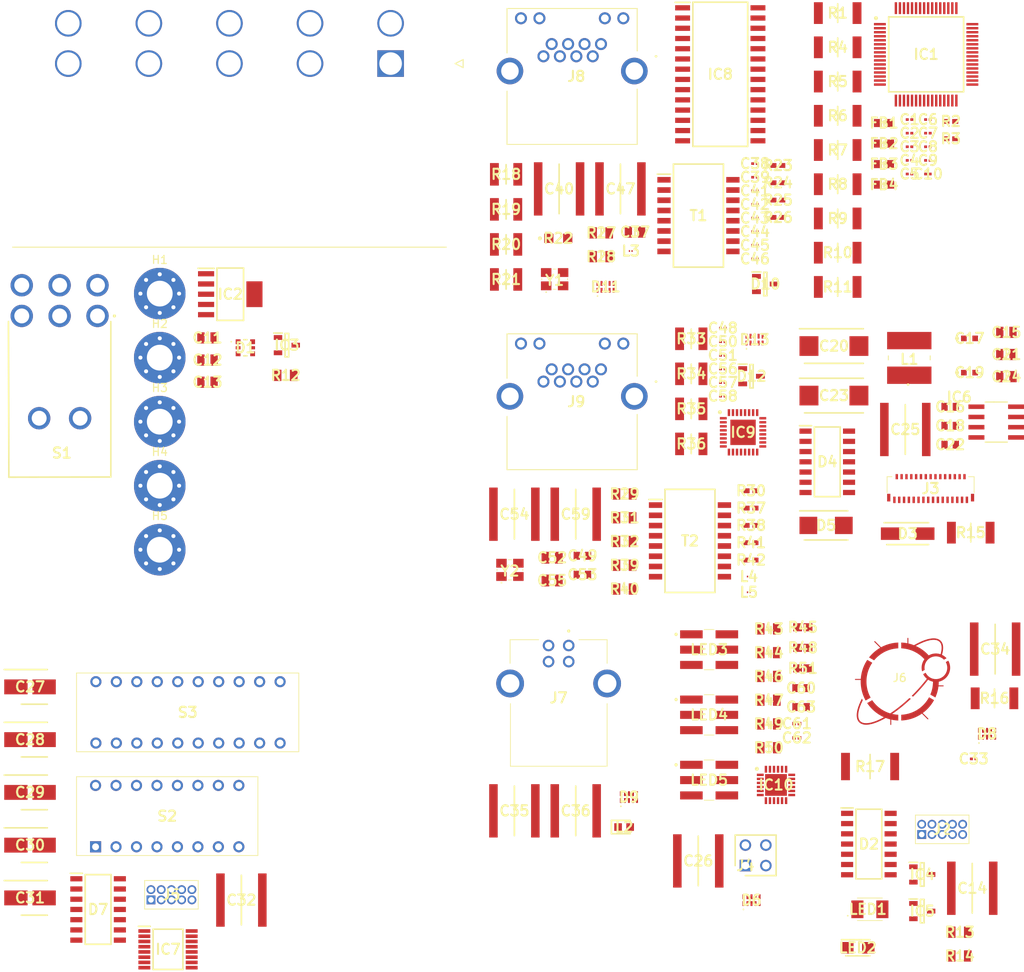
<source format=kicad_pcb>
(kicad_pcb (version 20221018) (generator pcbnew)
  (layers (0 "F.Cu" signal) (31 "B.Cu" signal) (34 "B.Paste" user) (35 "F.Paste" user) (36 "B.SilkS" user "B.Silkscreen") (37 "F.SilkS" user "F.Silkscreen") (38 "B.Mask" user) (39 "F.Mask" user) (44 "Edge.Cuts" user))
  (net 0 "")
  (net 1 "GND")
  (net 2 "/Microcontroller/VDD1")
  (net 3 "+3V3")
  (net 4 "Net-(C5-Pad1)")
  (net 5 "/Microcontroller/VDD2")
  (net 6 "+5V")
  (net 7 "Net-(C10-Pad1)")
  (net 8 "Net-(IC2-NR{slash}FB)")
  (net 9 "Net-(IC6-REF)")
  (net 10 "/OLED Socket/EXTCAP")
  (net 11 "Net-(IC6-SS)")
  (net 12 "Net-(C18-Pad2)")
  (net 13 "Net-(IC6-COMP)")
  (net 14 "/OLED Socket/+12V")
  (net 15 "/OLED Socket/EXTCAP2")
  (net 16 "/COM Bus Header/C1+")
  (net 17 "/COM Bus Header/C1-")
  (net 18 "/COM Bus Header/C2-")
  (net 19 "/COM Bus Header/V+")
  (net 20 "/COM Bus Header/V-")
  (net 21 "Net-(C33-Pad1)")
  (net 22 "Net-(IC8-VCAP)")
  (net 23 "/External Ethernet/TPIN-")
  (net 24 "Net-(T1-CT_1)")
  (net 25 "Net-(C40-Pad2)")
  (net 26 "Net-(IC9-VDDPLL_1.8)")
  (net 27 "Net-(IC9-VDDA_3.3)")
  (net 28 "Net-(IC9-REXT)")
  (net 29 "/System Ethernet/TPIN-")
  (net 30 "Net-(T2-CT_1)")
  (net 31 "Net-(C59-Pad2)")
  (net 32 "Net-(IC10-C1+)")
  (net 33 "Net-(IC10-C1-)")
  (net 34 "Net-(IC10-C2+)")
  (net 35 "Net-(IC10-C2-)")
  (net 36 "Net-(IC10-VOUT)")
  (net 37 "/Power Supply/PW_OK")
  (net 38 "/Power Supply/5VSB")
  (net 39 "/Power Supply/PSU_ON")
  (net 41 "/Front Panel Client/RST+")
  (net 42 "/Front Panel Client/RST-")
  (net 44 "/Front Panel Client/HDD+")
  (net 45 "/Front Panel Client/HDD-")
  (net 46 "/Front Panel Client/PLED+")
  (net 47 "/Front Panel Client/PLED-")
  (net 49 "/Front Panel Client/PWR+")
  (net 50 "/Front Panel Client/PWR-")
  (net 51 "Net-(IC6-OUT)")
  (net 52 "/OLED Socket/~{RST}")
  (net 53 "/OLED Socket/SCK")
  (net 55 "/OLED Socket/SDI")
  (net 58 "/Microcontroller/SERIAL_TX")
  (net 59 "/Microcontroller/SERIAL_RX")
  (net 60 "/Microcontroller/SERIAL_RTS")
  (net 61 "/Microcontroller/SERIAL_CTS")
  (net 66 "/COM Bus Header/P2")
  (net 67 "/COM Bus Header/P4")
  (net 69 "/COM Bus Header/P6")
  (net 70 "/COM Bus Header/P9")
  (net 71 "/COM Bus Header/P7")
  (net 73 "/COM Bus Header/P5")
  (net 74 "/COM Bus Header/P3")
  (net 75 "/ISCP Pad/PGEC")
  (net 76 "/ISCP Pad/PGED")
  (net 77 "/ISCP Pad/~{MCLR}")
  (net 82 "Net-(D9-CH1)")
  (net 83 "/Microcontroller/USB_D-")
  (net 84 "/Microcontroller/USB_D+")
  (net 89 "/External Ethernet/GLED+")
  (net 90 "/External Ethernet/YLED+")
  (net 91 "/External Ethernet/TX-")
  (net 92 "/External Ethernet/TX+")
  (net 93 "/External Ethernet/RX+")
  (net 94 "/External Ethernet/RX-")
  (net 99 "/System Ethernet/GLED+")
  (net 100 "/System Ethernet/YLED+")
  (net 101 "/System Ethernet/TX-")
  (net 102 "/System Ethernet/TX+")
  (net 103 "/System Ethernet/RX+")
  (net 104 "/System Ethernet/RX-")
  (net 109 "/Microcontroller/ETH_ETXEN")
  (net 110 "/Microcontroller/ETH_ETXD0")
  (net 111 "/Microcontroller/ETH_ETXD1")
  (net 112 "/External Ethernet/~{CS}")
  (net 113 "/Indicator Lights/SDA")
  (net 114 "/Indicator Lights/SCL")
  (net 115 "/External Ethernet/~{RST}")
  (net 116 "Net-(IC1-AN45{slash}C1INA{slash}RPB5{slash}RB5)")
  (net 117 "/Front Panel Client/PWR_ON")
  (net 118 "/Front Panel Client/RESET")
  (net 119 "/Power Supply/PW_ON")
  (net 120 "Net-(IC1-AN48{slash}RPB8{slash}PMA10{slash}RB8)")
  (net 121 "Net-(IC1-AN49{slash}RPB9{slash}PMA7{slash}RB9)")
  (net 122 "Net-(IC1-TMS{slash}CVREFOUT{slash}AN5{slash}RPB10{slash}PMA13{slash}RB10)")
  (net 123 "Net-(IC1-TDO{slash}AN6{slash}PMA12{slash}RB11)")
  (net 124 "Net-(IC1-TCK{slash}AN7{slash}PMA11{slash}RB12)")
  (net 125 "Net-(IC1-TDI{slash}AN8{slash}RB13)")
  (net 126 "/External Ethernet/SCK")
  (net 127 "/Microcontroller/ETH_EMDC")
  (net 128 "Net-(IC1-OSC1{slash}CLKI{slash}RC12)")
  (net 129 "/COM Bus Header/RTS")
  (net 130 "/COM Bus Header/CTS")
  (net 131 "/COM Bus Header/TX")
  (net 132 "/COM Bus Header/RX")
  (net 133 "/External Ethernet/SDI")
  (net 134 "/External Ethernet/SDO")
  (net 135 "/Microcontroller/ETH_MDIO")
  (net 136 "/External Ethernet/~{INT}")
  (net 137 "/Microcontroller/ETH_INT")
  (net 138 "/Microcontroller/ETH_~{RST}")
  (net 139 "Net-(IC1-TRCLK{slash}SQICLK{slash}ERXD2{slash}AETXD0{slash}RPF1{slash}RF1)")
  (net 140 "/Microcontroller/ETH_ERXD1")
  (net 141 "/Microcontroller/ETH_ERXD0")
  (net 142 "/Microcontroller/ETH_ECRSDV")
  (net 143 "/Microcontroller/ETH_EREFCLK")
  (net 144 "/Microcontroller/ETH_ERXERR")
  (net 145 "Net-(S1-COM_2)")
  (net 146 "Net-(IC6-EN)")
  (net 147 "Net-(IC7-DOUT2)")
  (net 148 "Net-(IC7-RIN2)")
  (net 149 "Net-(IC7-RIN1)")
  (net 150 "Net-(IC7-DOUT1)")
  (net 153 "/External Ethernet/TPIN+")
  (net 154 "Net-(IC8-RBIAS)")
  (net 155 "/External Ethernet/TPOUT-")
  (net 156 "/External Ethernet/TPOUT+")
  (net 157 "Net-(IC8-OSC1)")
  (net 159 "/System Ethernet/TPIN+")
  (net 160 "/System Ethernet/TPOUT-")
  (net 161 "/System Ethernet/TPOUT+")
  (net 163 "Net-(IC9-XI)")
  (net 164 "Net-(IC9-PHYAD0)")
  (net 168 "Net-(IC9-CONFIG0)")
  (net 171 "/Indicator Lights/D9")
  (net 172 "/Indicator Lights/D8")
  (net 173 "/Indicator Lights/D7")
  (net 174 "/Indicator Lights/D6")
  (net 175 "/Indicator Lights/D5")
  (net 176 "/Indicator Lights/D4")
  (net 177 "/Indicator Lights/D3")
  (net 178 "/Indicator Lights/D2")
  (net 179 "/Indicator Lights/D1")
  (net 187 "/COM Bus Header/P8")
  (net 190 "/External Ethernet/CT_45")
  (net 191 "/External Ethernet/CT_78")
  (net 192 "Net-(J8-ANODE_GREEN{slash}CATHODE_YELLOW_1)")
  (net 193 "Net-(J8-ANODE_YELLOW{slash}CATHODE_GREEN_2)")
  (net 194 "/System Ethernet/CT_45")
  (net 195 "/System Ethernet/CT_78")
  (net 196 "Net-(J9-ANODE_GREEN{slash}CATHODE_YELLOW_1)")
  (net 197 "Net-(J9-ANODE_YELLOW{slash}CATHODE_GREEN_2)")
  (net 198 "Net-(LED1-Pad2)")
  (net 199 "Net-(LED2-Pad1)")
  (net 200 "Net-(LED3-A_B)")
  (net 201 "Net-(LED3-A_R)")
  (net 202 "Net-(LED3-A_G)")
  (net 203 "Net-(LED4-A_B)")
  (net 204 "Net-(LED4-A_R)")
  (net 205 "Net-(LED4-A_G)")
  (net 206 "Net-(LED5-A_B)")
  (net 207 "Net-(LED5-A_R)")
  (net 208 "Net-(LED5-A_G)")
  (net 209 "Net-(T1-CT_3)")
  (net 210 "Net-(T1-CT_4)")
  (net 211 "Net-(T2-CT_3)")
  (net 212 "Net-(T2-CT_4)")
  (footprint "SamacSys_Parts:DIOM5436X244N" (layer "F.Cu") (at 206.929 98.392)
    (fp_text reference "D5")
    (fp_text value "P6SMB15A-Q" hide)
  )
  (footprint "SamacSys_Parts:RESC1005X40N" (layer "F.Cu") (at 200.944 58.002)
    (fp_text reference "R25")
    (fp_text value "75R" hide)
  )
  (footprint "SamacSys_Parts:RESC1005X40N" (layer "F.Cu") (at 200.944 55.852)
    (fp_text reference "R24")
    (fp_text value "75R" hide)
  )
  (footprint "SamacSys_Parts:SOP65P640X120-16N" (layer "F.Cu") (at 125.264 151.027)
    (fp_text reference "IC7")
    (fp_text value "SN75C3232EPWR" hide)
  )
  (footprint "SamacSys_Parts:RESC3126X65N" (layer "F.Cu") (at 190.199 88.272)
    (fp_text reference "R36")
    (fp_text value "RC1210FR-0749R9L" hide)
  )
  (footprint "SamacSys_Parts:SOT95P230X110-3N" (layer "F.Cu") (at 218.864 146.282)
    (fp_text reference "IC5")
    (fp_text value "PMV20ENR" hide)
  )
  (footprint "SamacSys_Parts:150505M173300" (layer "F.Cu") (at 192.414 121.917)
    (fp_text reference "LED4")
    (fp_text value "150505M173300" hide)
  )
  (footprint "SamacSys_Parts:CAPC0402X22N" (layer "F.Cu") (at 194.114 77.272)
    (fp_text reference "C51")
    (fp_text value "0.1u" hide)
  )
  (footprint "SamacSys_Parts:SOIC127P600X175-14N" (layer "F.Cu") (at 207.079 90.497)
    (fp_text reference "D4")
    (fp_text value "SMDA05C-8.TBT" hide)
  )
  (footprint "SamacSys_Parts:CAPC5664X270N" (layer "F.Cu") (at 173.799 56.612)
    (fp_text reference "C40")
    (fp_text value "1nF 5kV" hide)
  )
  (footprint "SamacSys_Parts:323287241" (layer "F.Cu") (at 219.904 93.817)
    (fp_text reference "J3")
    (fp_text value "3-2328724-1" hide)
  )
  (footprint "SamacSys_Parts:RESC2012X60N" (layer "F.Cu") (at 181.914 103.342)
    (fp_text reference "R39")
    (fp_text value "470R" hide)
  )
  (footprint "SamacSys_Parts:CAPC1608X90N" (layer "F.Cu") (at 203.829 120.942)
    (fp_text reference "C63")
    (fp_text value "1u" hide)
  )
  (footprint "SamacSys_Parts:CAPC2012X135N" (layer "F.Cu") (at 229.304 79.922)
    (fp_text reference "C24")
    (fp_text value "4,7u" hide)
  )
  (footprint "SamacSys_Parts:CAPC5664X270N" (layer "F.Cu") (at 225.069 143.442)
    (fp_text reference "C14")
    (fp_text value "1nF 5kV" hide)
  )
  (footprint "SamacSys_Parts:RESC1005X40N" (layer "F.Cu") (at 200.944 53.702)
    (fp_text reference "R23")
    (fp_text value "75R" hide)
  )
  (footprint "SamacSys_Parts:RESC2012X60N" (layer "F.Cu") (at 199.814 111.242)
    (fp_text reference "R43")
    (fp_text value "1K" hide)
  )
  (footprint "SamacSys_Parts:RESC5025X65N" (layer "F.Cu") (at 208.369 47.532)
    (fp_text reference "R6")
    (fp_text value "10k" hide)
  )
  (footprint "SamacSys_Parts:ASE24576MHZLCT" (layer "F.Cu") (at 173.244 67.822)
    (fp_text reference "Y1")
    (fp_text value "25MHz" hide)
  )
  (footprint "SamacSys_Parts:CAPC0402X22N" (layer "F.Cu") (at 194.114 82.342)
    (fp_text reference "C58")
    (fp_text value "0.1u" hide)
  )
  (footprint "SamacSys_Parts:CAPC0402X22N" (layer "F.Cu") (at 194.114 73.892)
    (fp_text reference "C48")
    (fp_text value "0.1u" hide)
  )
  (footprint "SamacSys_Parts:SOIC127P1030X265-28N" (layer "F.Cu") (at 193.799 42.382)
    (fp_text reference "IC8")
    (fp_text value "ENC28J60-I_SO" hide)
  )
  (footprint "SamacSys_Parts:RESC5025X65N" (layer "F.Cu") (at 208.369 51.782)
    (fp_text reference "R7")
    (fp_text value "10k" hide)
  )
  (footprint "SamacSys_Parts:BEADC1608X95N" (layer "F.Cu") (at 214.119 48.432)
    (fp_text reference "FB1")
    (fp_text value "BMC1JY0300AN" hide)
  )
  (footprint "SamacSys_Parts:RESC5025X65N" (layer "F.Cu") (at 208.369 34.782)
    (fp_text reference "R1")
    (fp_text value "10k" hide)
  )
  (footprint "SamacSys_Parts:CAPC0402X22N" (layer "F.Cu") (at 198.104 55.162)
    (fp_text reference "C39")
    (fp_text value "0.1u" hide)
  )
  (footprint "SamacSys_Parts:SOIC127P930X570-16N" (layer "F.Cu") (at 190.039 100.317)
    (fp_text reference "T2")
    (fp_text value "PT61017XPEL" hide)
  )
  (footprint "SamacSys_Parts:PESD5V0L5UY115" (layer "F.Cu") (at 134.864 76.337)
    (fp_text reference "D1")
    (fp_text value "PESD5V0L5UY,115" hide)
  )
  (footprint "SamacSys_Parts:CAPC0402X22N" (layer "F.Cu") (at 194.114 75.582)
    (fp_text reference "C50")
    (fp_text value "0.1u" hide)
  )
  (footprint "SamacSys_Parts:RESC3126X65N" (layer "F.Cu") (at 190.199 75.222)
    (fp_text reference "R33")
    (fp_text value "RC1210FR-0749R9L" hide)
  )
  (footprint "SamacSys_Parts:RESC3126X65N" (layer "F.Cu") (at 190.199 83.922)
    (fp_text reference "R35")
    (fp_text value "RC1210FR-0749R9L" hide)
  )
  (footprint "SamacSys_Parts:RESC1005X40N" (layer "F.Cu") (at 197.614 94.092)
    (fp_text reference "R30")
    (fp_text value "4.7k" hide)
  )
  (footprint "SamacSys_Parts:SS60300103" (layer "F.Cu") (at 177.976 40.147)
    (fp_text reference "J8")
    (fp_text value "SS-60300-103" hide)
  )
  (footprint "SamacSys_Parts:CAPC0402X22N" (layer "F.Cu") (at 198.104 53.472)
    (fp_text reference "C38")
    (fp_text value "0.1u" hide)
  )
  (footprint "SamacSys_Parts:BEADC1608X95N" (layer "F.Cu") (at 214.119 53.532)
    (fp_text reference "FB3")
    (fp_text value "BMC1JY0300AN" hide)
  )
  (footprint "SamacSys_Parts:SOIC127P600X175-14N" (layer "F.Cu") (at 116.589 146.077)
    (fp_text reference "D7")
    (fp_text value "SMDA05C-8.TBT" hide)
  )
  (footprint "SamacSys_Parts:CAPAE430X610N" (layer "F.Cu") (at 108.139 124.992)
    (fp_text reference "C28")
    (fp_text value "0.1u" hide)
  )
  (footprint "SamacSys_Parts:7201K2AQEG" (layer "F.Cu") (at 116.514 72.384)
    (fp_text reference "S1")
    (fp_text value "7201K2AQEG" hide)
  )
  (footprint "SamacSys_Parts:ASE24576MHZLCT" (layer "F.Cu") (at 167.694 103.912)
    (fp_text reference "Y2")
    (fp_text value "25MHz" hide)
  )
  (footprint "SamacSys_Parts:QFN50P500X500X90-33N-D" (layer "F.Cu") (at 196.624 86.837)
    (fp_text reference "IC9")
    (fp_text value "KSZ8041RNL-TR" hide)
  )
  (footprint "SamacSys_Parts:SOT127P706X180-6N" (layer "F.Cu") (at 132.989 69.687)
    (fp_text reference "IC2")
    (fp_text value "TPS73733DCQ" hide)
  )
  (footprint "SamacSys_Parts:RESC3126X65N" (layer "F.Cu") (at 167.219 63.502)
    (fp_text reference "R20")
    (fp_text value "RC1210FR-0749R9L" hide)
  )
  (footprint "SamacSys_Parts:206124" (layer "F.Cu") (at 116.274 138.297)
    (fp_text reference "S2")
    (fp_text value "206-124" hide)
  )
  (footprint "SamacSys_Parts:CAPC5664X270N" (layer "F.Cu") (at 181.409 56.612)
    (fp_text reference "C47")
    (fp_text value "1nF 5kV" hide)
  )
  (footprint "SamacSys_Parts:CAPC0603X33N" (layer "F.Cu") (at 203.299 124.772)
    (fp_text reference "C62")
    (fp_text value ".47u" hide)
  )
  (footprint "SamacSys_Parts:CAPC2012X75N" (layer "F.Cu") (at 229.304 74.422)
    (fp_text reference "C15")
    (fp_text value "0.01uF" hide)
  )
  (footprint "SamacSys_Parts:RESC5025X65N" (layer "F.Cu") (at 208.369 43.282)
    (fp_text reference "R5")
    (fp_text value "10k" hide)
  )
  (footprint "SamacSys_Parts:LEDC1608X80N" (layer "F.Cu") (at 181.864 135.847)
    (fp_text reference "L2")
    (fp_text value "74279260" hide)
  )
  (footprint "SamacSys_Parts:42820-5XXY_1" (layer "F.Cu") (at 152.8882 41.0512)
    (fp_text reference "J1")
    (fp_text value "42820-5223" hide)
  )
  (footprint "SamacSys_Parts:SOIC127P600X175-14N" (layer "F.Cu") (at 212.239 137.957)
    (fp_text reference "D2")
    (fp_text value "SMDA05C-8.TBT" hide)
  )
  (footprint "SamacSys_Parts:CAPC2012X135N" (layer "F.Cu") (at 183.214 61.972)
    (fp_text reference "C37")
    (fp_text value "10uF" hide)
  )
  (footprint "SamacSys_Parts:RESC5025X65N" (layer "F.Cu") (at 208.369 64.532)
    (fp_text reference "R10")
    (fp_text value "10k" hide)
  )
  (footprint "SamacSys_Parts:RESC2012X60N" (layer "F.Cu") (at 199.814 125.992)
    (fp_text reference "R50")
    (fp_text value "470R" hide)
  )
  (footprint "SamacSys_Parts:RESC2012X60N" (layer "F.Cu") (at 199.814 120.092)
    (fp_text reference "R47")
    (fp_text value "470R" hide)
  )
  (footprint "SamacSys_Parts:CAPC0603X33N" (layer "F.Cu") (at 203.299 123.002)
    (fp_text reference "C61")
    (fp_text value ".47u" hide)
  )
  (footprint "MountingHole:MountingHole_3.2mm_M3_Pad_Via" (layer "F.Cu") (at 124.239 77.562)
    (fp_text reference "H2")
    (fp_text value "MountingHole_Pad")
  )
  (footprint "SamacSys_Parts:RESC2012X60N" (layer "F.Cu") (at 223.514 151.852)
    (fp_text reference "R14")
    (fp_text value "470R" hide)
  )
  (footprint "SamacSys_Parts:RESC2012X60N" (layer "F.Cu") (at 181.914 94.492)
    (fp_text reference "R29")
    (fp_text value "6.49k" hide)
  )
  (footprint "SamacSys_Parts:RESC1608X55N" (layer "F.Cu") (at 204.039 116.142)
    (fp_text reference "R51")
    (fp_text value "3.3k" hide)
  )
  (footprint "SamacSys_Parts:CAPC5664X270N" (layer "F.Cu") (at 191.069 140.052)
    (fp_text reference "C26")
    (fp_text value "1nF 5kV" hide)
  )
  (footprint "SamacSys_Parts:BEADC1608X95N" (layer "F.Cu") (at 214.119 50.982)
    (fp_text reference "FB2")
    (fp_text value "BMC1JY0300AN" hide)
  )
  (footprint "SamacSys_Parts:150505M173300" (layer "F.Cu") (at 192.414 130.017)
    (fp_text reference "LED5")
    (fp_text value "150505M173300" hide)
  )
  (footprint "SamacSys_Parts:CAPC0402X22N" (layer "F.Cu") (at 194.114 80.652)
    (fp_text reference "C57")
    (fp_text value "0.1u" hide)
  )
  (footprint "SamacSys_Parts:CAPC0402X22N" (layer "F.Cu") (at 198.104 56.852)
    (fp_text reference "C41")
    (fp_text value "0.1u" hide)
  )
  (footprint "SamacSys_Parts:RESC3126X65N" (layer "F.Cu") (at 190.199 79.572)
    (fp_text reference "R34")
    (fp_text value "RC1210FR-0749R9L" hide)
  )
  (footprint "SamacSys_Parts:SOT95P240X105-3N" (layer "F.Cu") (at 197.679 79.872)
    (fp_text reference "D12")
    (fp_text value "CPDT-5V0U-HF" hide)
  )
  (footprint "SamacSys_Parts:CAPC0402X22N" (layer "F.Cu") (at 219.564 48.002)
    (fp_text reference "C6")
    (fp_text value "0.1u" hide)
  )
  (footprint "SamacSys_Parts:C1608_Commercial" (layer "F.Cu") (at 224.729 75.172)
    (fp_text reference "C17")
    (fp_text value "0.047uF" hide)
  )
  (footprint "SamacSys_Parts:RESC5025X65N" (layer "F.Cu") (at 227.829 119.862)
    (fp_text reference "R16")
    (fp_text value "10k" hide)
  )
  (footprint "SamacSys_Parts:BLM02AX100SN1D" (layer "F.Cu") (at 182.689 64.322)
    (fp_text reference "L3")
    (fp_text value "60R 80mA" hide)
  )
  (footprint "SamacSys_Parts:CAPC0402X22N" (layer "F.Cu") (at 198.104 63.612)
    (fp_text reference "C45")
    (fp_text value "0.1u" hide)
  )
  (footprint "SamacSys_Parts:RESC1608X55N" (layer "F.Cu") (at 204.039 113.592)
    (fp_text reference "R48")
    (fp_text value "3.3k" hide)
  )
  (footprint "SamacSys_Parts:SOT95P230X110-3N" (layer "F.Cu") (at 140.014 76.012)
    (fp_text reference "IC3")
    (fp_text value "PMV20ENR" hide)
  )
  (footprint "SamacSys_Parts:CAPC0402X22N" (layer "F.Cu") (at 198.104 58.542)
    (fp_text reference "C42")
    (fp_text value "0.1u" hide)
  )
  (footprint "SamacSys_Parts:CAPC2012X135N" (layer "F.Cu") (at 229.304 77.172)
    (fp_text reference "C21")
    (fp_text value "4.7u" hide)
  )
  (footprint "SamacSys_Parts:CAPC2012X95N" (layer "F.Cu") (at 172.934 105.232)
    (fp_text reference "C55")
    (fp_text value "22u" hide)
  )
  (footprint "SamacSys_Parts:RESC1005X40N" (layer "F.Cu") (at 197.614 100.542)
    (fp_text reference "R41")
    (fp_text value "75R" hide)
  )
  (footprint "SamacSys_Parts:RESC5025X65N" (layer "F.Cu") (at 208.369 60.282)
    (fp_text reference "R9")
    (fp_text value "10k" hide)
  )
  (footprint "SamacSys_Parts:CAPC5664X270N" (layer "F.Cu") (at 134.369 144.912)
    (fp_text reference "C32")
    (fp_text value "1nF 5kV" hide)
  )
  (footprint "SamacSys_Parts:PESD4USB5BTBSX" (layer "F.Cu") (at 182.464 132.122)
    (fp_text reference "D9")
    (fp_text value "PESD4USB5B-TBSX" hide)
  )
  (footprint "SamacSys_Parts:CAPC0402X22N" (layer "F.Cu") (at 198.104 60.232)
    (fp_text reference "C43")
    (fp_text value "0.1u" hide)
  )
  (footprint "SamacSys_Parts:CAPC2012X95N" (layer "F.Cu") (at 172.934 102.402)
    (fp_text reference "C52")
    (fp_text value "22u" hide)
  )
  (footprint "SamacSys_Parts:ERJP06__0805_" (layer "F.Cu") (at 173.694 62.747)
    (fp_text reference "R22")
    (fp_text value "2.32k, <=1%" hide)
  )
  (footprint "SamacSys_Parts:RESC1005X40N" (layer "F.Cu") (at 197.614 102.692)
    (fp_text reference "R42")
    (fp_text value "75R" hide)
  )
  (footprint "SamacSys_Parts:CAPAE430X610N" (layer "F.Cu") (at 108.139 118.442)
    (fp_text reference "C27")
    (fp_text value "0.1u" hide)
  )
  (footprint "SamacSys_Parts:CAPC0402X22N" (layer "F.Cu") (at 217.284 54.762)
    (fp_text reference "C5")
    (fp_text value "0.1u" hide)
  )
  (footprint "SamacSys_Parts:CLM3CWKWCXAYA453" (layer "F.Cu") (at 210.864 150.832)
    (fp_text reference "LED2")
    (fp_text value "AA3528VRVFS/A" hide)
  )
  (footprint "SamacSys_Parts:CAPPM7343X310N" (layer "F.Cu") (at 207.904 82.272)
    (fp_text reference "C23")
    (fp_text value "33uF" hide)
  )
  (footprint "SamacSys_Parts:QFP50P1200X1200X120-64N" (layer "F.Cu") (at 219.344 39.907)
    (fp_text reference "IC1")
    (fp_text value "PIC32MZ2048EFG064-E_PT" hide)
  )
  (footprint "SamacSys_Parts:CD54NP180MC" (layer "F.Cu") (at 217.254 77.597)
    (fp_text reference "L1")
    (fp_text value "18uH" hide)
  )
  (footprint "SamacSys_Parts:CAPC5664X270N" (layer "F.Cu") (at 227.909 113.752)
    (fp_text reference "C34")
    (fp_text value "1nF 5kV" hide)
  )
  (footprint "SamacSys_Parts:CAPC0402X22N" (layer "F.Cu") (at 219.564 53.072)
    (fp_text reference "C9")
    (fp_text value "0.1u" hide)
  )
  (footprint "SamacSys_Parts:RESC2012X60N" (layer "F.Cu") (at 181.914 100.392)
    (fp_text reference "R32")
    (fp_text value "1K" hide)
  )
  (footprint "SamacSys_Parts:M503500542" (layer "F.Cu") (at 218.799 136.767)
    (fp_text reference "J2")
    (fp_text value "855-M50-3500542" hide)
  )
  (footprint "SamacSys_Parts:CAPC0402X22N" (layer "F.Cu") (at 219.564 54.762)
    (fp_text reference "C10")
    (fp_text value "0.1u" hide)
  )
  (footprint "SamacSys_Parts:CAPC1608X90N" (layer "F.Cu") (at 203.829 118.592)
    (fp_text reference "C60")
    (fp_text value "1u" hide)
  )
  (footprint "SamacSys_Parts:CAPC1608X90N" (layer "F.Cu") (at 222.329 88.372)
    (fp_text reference "C22")
    (fp_text value "1u" hide)
  )
  (footprint "SamacSys_Parts:CAPC0402X22N" (layer "F.Cu") (at 219.564 51.382)
    (fp_text reference "C8")
    (fp_text value "0.1u" hide)
  )
  (footprint "SamacSys_Parts:SOT95P240X105-3N" (layer "F.Cu") (at 199.389 68.422)
    (fp_text reference "D10")
    (fp_text value "CPDT-5V0U-HF" hide)
  )
  (footprint "SamacSys_Parts:CAPC2012X135N" (layer "F.Cu") (at 130.164 77.862)
    (fp_text reference "C12")
    (fp_text value "10uF" hide)
  )
  (footprint "MountingHole:MountingHole_3.2mm_M3_Pad_Via" (layer "F.Cu") (at 124.239 85.512)
    (fp_text reference "H3")
    (fp_text value "MountingHole_Pad")
  )
  (footprint "SamacSys_Parts:RESC2012X60N" (layer "F.Cu") (at 181.914 106.292)
    (fp_text reference "R40")
    (fp_text value "470R" hide)
  )
  (footprint "SamacSys_Parts:RESC3126X65N" (layer "F.Cu") (at 167.219 67.852)
    (fp_text reference "R21")
    (fp_text value "RC1210FR-0749R9L" hide)
  )
  (footprint "SamacSys_Parts:SOIC127P600X175-8N" (layer "F.Cu") (at 228.0484 85.5624)
    (fp_text reference "IC6")
    (fp_text value "TPS6734IDR" hide)
  )
  (footprint "SamacSys_Parts:QFN50P400X400X80-25N" (layer "F.Cu") (at 200.714 130.617)
    (fp_text reference "IC10")
    (fp_text value "LP55231SQX_NOPB" hide)
  )
  (footprint "SamacSys_Parts:150505M173300" (layer "F.Cu") (at 192.414 113.817)
    (fp_text reference "LED3")
    (fp_text value "150505M173300" hide)
  )
  (footprint "SamacSys_Parts:BEADC1608X95N" (layer "F.Cu") (at 214.119 56.082)
    (fp_text reference "FB4")
    (fp_text value "BMC1JY0300AN" hide)
  )
  (footprint "SamacSys_Parts:RESC5025X65N" (layer "F.Cu") (at 208.369 56.032)
    (fp_text reference "R8")
    (fp_text value "10k" hide)
  )
  (footprint "SamacSys_Parts:SOIC127P930X570-16N" (layer "F.Cu") (at 191.089 59.927)
    (fp_text reference "T1")
    (fp_text value "PT61017XPEL" hide)
  )
  (footprint "SamacSys_Parts:RESC2012X60N" (layer "F.Cu") (at 199.814 117.142)
    (fp_text reference "R46")
    (fp_text value "1K" hide)
  )
  (footprint "SamacSys_Parts:CAPC0402X22N" (layer "F.Cu") (at 225.244 127.382)
    (fp_text reference "C33")
    (fp_text value "0.1u" hide)
  )
  (footprint "SamacSys_Parts:206125" (layer "F.Cu") (at 116.314 117.797)
    (fp_text reference "S3")
    (fp_text value "206-125" hide)
  )
  (footprint "SamacSys_Parts:RESC3126X65N" (layer "F.Cu") (at 167.219 59.152)
    (fp_text reference "R19")
    (fp_text value "RC1210FR-0749R9L" hide)
  )
  (footprint "SamacSys_Parts:CAPAE430X610N" (layer "F.Cu") (at 108.139 131.542)
    (fp_text reference "C29")
    (fp_text value "0.1u" hide)
  )
  (footprint "SamacSys_Parts:CAPC1608X90N" (layer "F.Cu") (at 176.689 104.512)
    (fp_text reference "C53")
    (fp_text value "100p" hide)
  )
  (footprint "SamacSys_Parts:SOT95P230X110-3N" (layer "F.Cu") (at 218.864 141.732)
    (fp_text reference "IC4")
    (fp_text value "PMV20ENR" hide)
  )
  (footprint "SamacSys_Parts:RESC2012X60N" (layer "F.Cu") (at 139.864 79.762)
    (fp_text reference "R12")
    (fp_text value "1K" hide)
  )
  (footprint "Oro Footprints:OroConn6p" (layer "F.Cu") (at 216.063642 117.816642)
    (fp_text reference "J6")
    (fp_text value "OroConn6p")
  )
  (footprint "MountingHole:MountingHole_3.2mm_M3_Pad_Via" (layer "F.Cu") (at 124.239 101.412)
    (fp_text reference "H5")
    (fp_text value "MountingHole_Pad")
  )
  (footprint "SamacSys_Parts:RESC2012X60N" (layer "F.Cu") (at 199.814 123.042)
    (fp_text reference "R49")
    (fp_text value "1K" hide)
  )
  (footprint "SamacSys_Parts:CAPAE430X610N" (layer "F.Cu") (at 108.139 144.642)
    (fp_text reference "C31")
    (fp_text value "0.1u" hide)
  )
  (footprint "SamacSys_Parts:CAPC0402X22N" (layer "F.Cu") (at 217.284 48.002)
    (fp_text reference "C1")
    (fp_text value "0.1u" hide)
  )
  (footprint "SamacSys_Parts:CAPC0402X22N" (layer "F.Cu") (at 198.104 61.922)
    (fp_text reference "C44")
    (fp_text value "0.1u" hide)
  )
  (footprint "SamacSys_Parts:CAPAE430X610N" (layer "F.Cu") (at 108.139 138.092)
    (fp_text reference "C30")
    (fp_text value "0.1u" hide)
  )
  (footprint "SamacSys_Parts:RESC1005X40N" (layer "F.Cu") (at 222.404 50.382)
    (fp_text reference "R3")
    (fp_text value "4.7k" hide)
  )
  (footprint "MountingHole:MountingHole_3.2mm_M3_Pad_Via" (layer "F.Cu") (at 124.239 69.612)
    (fp_text reference "H1")
    (fp_text value "MountingHole_Pad")
  )
  (footprint "SamacSys_Parts:SS60300103" (layer "F.Cu") (at 177.976 80.537)
    (fp_text reference "J9")
    (fp_text value "SS-60300-103" hide)
  )
  (footprint "SamacSys_Parts:C1608_Commercial" (layer "F.Cu") (at 224.729 79.422)
    (fp_text reference "C19")
    (fp_text value "0.001uF" hide)
  )
  (footprint "SamacSys_Parts:PESD4USB5BTBSX" (layer "F.Cu") (at 179.564 68.772)
    (fp_text reference "D11")
    (fp_text value "PESD4USB5B-TBSX" hide)
  )
  (footprint "SamacSys_Parts:CAPC5664X270N" (layer "F.Cu") (at 168.249 133.832)
    (fp_text reference "C35")
    (fp_text value "1nF 5kV" hide)
  )
  (footprint "SamacSys_Parts:CAPC5664X270N" (layer "F.Cu") (at 216.759 86.482)
    (fp_text reference "C25")
    (fp_text value "1nF 5kV" hide)
  )
  (footprint "SamacSys_Parts:M503500542" (layer "F.Cu") (at 123.149 144.887)
    (fp_text reference "J5")
    (fp_text value "855-M50-3500542" hide)
  )
  (footprint "SamacSys_Parts:CAPC2012X135N" (layer "F.Cu") (at 130.164 80.612)
    (fp_text reference "C13")
    (fp_text value "10uF" hide)
  )
  (footprint "SamacSys_Parts:CAPC1608X90N" (layer "F.Cu") (at 222.329 86.022)
    (fp_text reference "C18")
    (fp_text value "1u" hide)
  )
  (footprint "SamacSys_Parts:CAPC1608X90N" (layer "F.Cu") (at 176.689 102.162)
    (fp_text reference "C49")
    (fp_text value "1u" hide)
  )
  (footprint "SamacSys_Parts:CAPC0402X22N" (layer "F.Cu") (at 194.114 78.962)
    (fp_text reference "C56")
    (fp_text value "0.1u" hide)
  )
  (footprint "SamacSys_Parts:RESC2012X60N" (layer "F.Cu") (at 181.914 97.442)
    (fp_text reference "R31")
    (fp_text value "1K" hide)
  )
  (footprint "SamacSys_Parts:RESC2012X60N" (layer "F.Cu") (at 179.014 62.072)
    (fp_text reference "R27")
    (fp_text value "470R" hide)
  )
  (footprint "SamacSys_Parts:RESC2012X60N" (layer "F.Cu") (at 223.514 148.902)
    (fp_text reference "R13")
    (fp_text value "470R" hide)
  )
  (footprint "SamacSys_Parts:CAPPM7343X310N" (layer "F.Cu") (at 207.904 76.122)
    (fp_text reference "C20")
    (fp_text value "33uF" hide)
  )
  (footprint "SamacSys_Parts:RESC2012X60N" (layer "F.Cu") (at 179.014 65.022)
    (fp_text reference "R28")
    (fp_text value "470R" hide)
  )
  (footprint "SamacSys_Parts:RESC1005X40N" (layer "F.Cu") (at 197.614 96.242)
    (fp_text reference "R37")
    (fp_text value "75R" hide)
  )
  (footprint "SamacSys_Parts:BLM02AX100SN1D" (layer "F.Cu") (at 197.339 106.692)
    (fp_text reference "L5")
    (fp_text value "60R 80mA" hide)
  )
  (footprint "SamacSys_Parts:RESC3126X65N" (layer "F.Cu") (at 167.219 54.802)
    (fp_text reference "R18")
    (fp_text value "RC1210FR-0749R9L" hide)
  )
  (footprint "SamacSys_Parts:PESD4USB5BTBSX" (layer "F.Cu") (at 198.054 75.322)
    (fp_text reference "D13")
    (fp_text value "PESD4USB5B-TBSX" hide)
  )
  (footprint "SamacSys_Parts:CAPC5664X270N" (layer "F.Cu") (at 175.859 97.002)
    (fp_text reference "C59")
    (fp_text value "1nF 5kV" hide)
  )
  (footprint "SamacSys_Parts:CAPC0402X22N" (layer "F.Cu") (at 217.284 53.072)
    (fp_text reference "C4")
    (fp_text value "0.1u" hide)
  )
  (footprint "SamacSys_Parts:CAPC5664X270N" (layer "F.Cu") (at 168.249 97.002)
    (fp_text reference "C54")
    (fp_text value "1nF 5kV" hide)
  )
  (footprint "SamacSys_Parts:RESC5025X65N" (layer "F.Cu") (at 208.369 68.782)
    (fp_text reference "R11")
    (fp_text value "10k" hide)
  )
  (footprint "SamacSys_Parts:PESD4USB5BTBSX" (layer "F.Cu") (at 197.674 144.922)
    (fp_text reference "D6")
    (fp_text value "PESD4USB5B-TBSX" hide)
  )
  (footprint "SamacSys_Parts:RESC1005X40N" (layer "F.Cu") (at 222.404 48.232)
    (fp_text reference "R2")
    (fp_text value "4.7k" hide)
  )
  (footprint "SamacSys_Parts:2923174" (layer "F.Cu") (at 174.989 113.307)
    (fp_text reference "J7")
    (fp_text value "292317-4" hide)
  )
  (footprint "SamacSys_Parts:CAPC0402X22N" (layer "F.Cu") (at 217.284 51.382)
    (fp_text reference "C3")
    (fp_text value "0.1u" hide)
  )
  (footprint "SamacSys_Parts:RESC5025X65N" (layer "F.Cu") (at 208.369 39.032)
    (fp_text reference "R4")
    (fp_text value "10k" hide)
  )
  (footprint "SamacSys_Parts:CAPC0402X22N" (layer "F.Cu") (at 198.104 65.302)
    (fp_text reference "C46")
    (fp_text value "0.1u" hide)
  )
  (footprint "SamacSys_Parts:CAPC0402X22N" (layer "F.Cu") (at 217.284 49.692)
    (fp_text reference "C2")
    (fp_text value "0.1u" hide)
  )
  (footprint "SamacSys_Parts:CAPC0402X22N" (layer "F.Cu") (at 219.564 49.692)
    (fp_text reference "C7")
    (fp_text value "0.1u" hide)
  )
  (footprint "SamacSys_Parts:RESC6432X65N" (layer "F.Cu") (at 212.389 128.332)
    (fp_text reference "R17")
    (fp_text value "1k" hide)
  )
  (footprint "SamacSys_Parts:BLM02AX100SN1D" (layer "F.Cu") (at 197.339 104.742)
    (fp_text reference "L4")
    (fp_text value "60R 80mA" hide)
  )
  (footprint "SamacSys_Parts:RESC1005X40N" (layer "F.Cu") (at 197.614 98.392)
    (fp_text reference "R38")
    (fp_text value "75R" hide)
  )
  (footprint "SamacSys_Parts:CAPC1608X90N" (layer "F.Cu") (at 222.329 83.672)
    (fp_text reference "C16")
    (fp_text value "1u" hide)
  )
  (footprint "SamacSys_Parts:RESC1608X55N" (layer "F.Cu") (at 204.039 111.042)
    (fp_text reference "R45")
    (fp_text value "3.3k" hide)
  )
  (footprint "SamacSys_Parts:DIOM5227X250N" (layer "F.Cu") (at 217.054 99.417)
    (fp_text reference "D3")
    (fp_text value "SS12" hide)
  )
  (footprint "SamacSys_Parts:RESC1005X40N" (layer "F.Cu") (at 200.944 60.152)
    (fp_text reference "R26")
    (fp_text value "75R" hide)
  )
  (footprint "SamacSys_Parts:AA3528VRVFSA" (layer "F.Cu") (at 212.364 146.057)
    (fp_text reference "LED1")
    (fp_text value "AA3528VRVFS/A" hide)
  )
  (footprint "SamacSys_Parts:RESC5025X65N" (layer "F.Cu") (at 224.879 99.292)
    (fp_text reference "R15")
    (fp_text value "10k" hide)
  )
  (footprint "SamacSys_Parts:RESC2012X60N" (layer "F.Cu") (at 199.814 114.192)
    (fp_text reference "R44")
    (fp_text value "470R" hide)
  )
  (footprint "SamacSys_Parts:PESD4USB5BTBSX" (layer "F.Cu") (at 226.904 124.262)
    (fp_text reference "D8")
    (fp_text value "PESD4USB5B-TBSX" hide)
  )
  (footprint "MountingHole:MountingHole_3.2mm_M3_Pad_Via" (layer "F.Cu") (at 124.239 93.462)
    (fp_text reference "H4")
    (fp_text value "MountingHole_Pad")
  )
  (footprint "SamacSys_Parts:CAPC5664X270N" (layer "F.Cu") (at 175.859 133.832)
    (fp_text reference "C36")
    (fp_text value "1nF 5kV" hide)
  )
  (footprint "SamacSys_Parts:RHDR4W77P254_2X2_508X503X864P" (layer "F.Cu") (at 196.919 140.627)
    (fp_text reference "J4")
    (fp_text value "5-534206-2" hide)
  )
  (footprint "SamacSys_Parts:CAPC2012X135N" (layer "F.Cu") (at 130.164 75.112)
    (fp_text reference "C11")
    (fp_text value "10uF" hide)
  )
)
</source>
